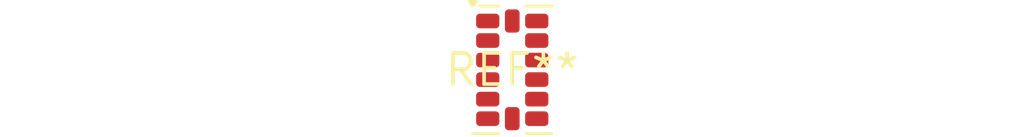
<source format=kicad_pcb>
(kicad_pcb (version 20240108) (generator pcbnew)
  (layers (0 "F.Cu" signal) (31 "B.Cu" signal) (34 "B.Paste" user) (35 "F.Paste" user) (36 "B.SilkS" user "B.Silkscreen") (37 "F.SilkS" user "F.Silkscreen") (38 "B.Mask" user) (39 "F.Mask" user) (44 "Edge.Cuts" user))
  (net 0 "")
  (footprint "LGA-14_3x5mm_P0.8mm_LayoutBorder1x6y" (layer "F.Cu") (at 0 0)
    (property "Reference" "REF**")
    (property "Value" "LGA-14_3x5mm_P0.8mm_LayoutBorder1x6y")
    (fp_line (start -0.56 -2.61) (end -1.31 -2.61) (layer "F.SilkS") (stroke (width 0.12)))
    (fp_line (start -0.56 2.61) (end -1.61 2.61) (layer "F.SilkS") (stroke (width 0.12)))
    (fp_line (start 0.56 -2.61) (end 1.61 -2.61) (layer "F.SilkS") (stroke (width 0.12)))
    (fp_line (start 0.56 2.61) (end 1.61 2.61) (layer "F.SilkS") (stroke (width 0.12)))
    (fp_poly (pts (xy -1.61 -2.61) (xy -1.75 -2.8) (xy -1.47 -2.8) (xy -1.61 -2.61)) (layer "F.SilkS") (stroke (width 0.12)) (fill solid))
    (pad "1" smd roundrect (at -1 -2) (size 0.95 0.6) (layers "F.Cu" "F.Paste" "F.Mask"))
    (pad "2" smd roundrect (at -1 -1.2) (size 0.95 0.6) (layers "F.Cu" "F.Paste" "F.Mask"))
    (pad "3" smd roundrect (at -1 -0.4) (size 0.95 0.6) (layers "F.Cu" "F.Paste" "F.Mask"))
    (pad "4" smd roundrect (at -1 0.4) (size 0.95 0.6) (layers "F.Cu" "F.Paste" "F.Mask"))
    (pad "5" smd roundrect (at -1 1.2) (size 0.95 0.6) (layers "F.Cu" "F.Paste" "F.Mask"))
    (pad "6" smd roundrect (at -1 2) (size 0.95 0.6) (layers "F.Cu" "F.Paste" "F.Mask"))
    (pad "7" smd roundrect (at 0 2) (size 0.6 0.95) (layers "F.Cu" "F.Paste" "F.Mask"))
    (pad "8" smd roundrect (at 1 2) (size 0.95 0.6) (layers "F.Cu" "F.Paste" "F.Mask"))
    (pad "9" smd roundrect (at 1 1.2) (size 0.95 0.6) (layers "F.Cu" "F.Paste" "F.Mask"))
    (pad "10" smd roundrect (at 1 0.4) (size 0.95 0.6) (layers "F.Cu" "F.Paste" "F.Mask"))
    (pad "11" smd roundrect (at 1 -0.4) (size 0.95 0.6) (layers "F.Cu" "F.Paste" "F.Mask"))
    (pad "12" smd roundrect (at 1 -1.2) (size 0.95 0.6) (layers "F.Cu" "F.Paste" "F.Mask"))
    (pad "13" smd roundrect (at 1 -2) (size 0.95 0.6) (layers "F.Cu" "F.Paste" "F.Mask"))
    (pad "14" smd roundrect (at 0 -2) (size 0.6 0.95) (layers "F.Cu" "F.Paste" "F.Mask"))
  )
)
</source>
